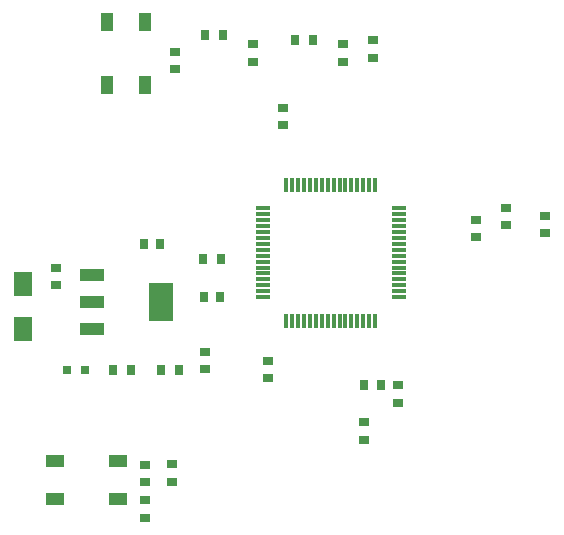
<source format=gtp>
G04*
G04 #@! TF.GenerationSoftware,Altium Limited,Altium Designer,19.1.7 (138)*
G04*
G04 Layer_Color=8421504*
%FSLAX25Y25*%
%MOIN*%
G70*
G01*
G75*
%ADD14R,0.04700X0.01200*%
%ADD15R,0.01200X0.04700*%
%ADD16R,0.03543X0.03150*%
%ADD17R,0.03543X0.02756*%
%ADD18R,0.06496X0.07874*%
%ADD19R,0.05906X0.03937*%
%ADD20R,0.03150X0.03543*%
%ADD21R,0.03937X0.05906*%
%ADD22R,0.02756X0.03543*%
%ADD23R,0.08465X0.12795*%
%ADD24R,0.08465X0.03937*%
%ADD25R,0.03150X0.03150*%
D14*
X469362Y208236D02*
D03*
Y210205D02*
D03*
Y212173D02*
D03*
Y214142D02*
D03*
Y216110D02*
D03*
Y218079D02*
D03*
Y220047D02*
D03*
Y222016D02*
D03*
Y223984D02*
D03*
Y225953D02*
D03*
Y227921D02*
D03*
Y229890D02*
D03*
Y231858D02*
D03*
Y233827D02*
D03*
Y235795D02*
D03*
Y237764D02*
D03*
X514638D02*
D03*
Y235795D02*
D03*
Y233827D02*
D03*
Y231858D02*
D03*
Y229890D02*
D03*
Y227921D02*
D03*
Y225953D02*
D03*
Y223984D02*
D03*
Y222016D02*
D03*
Y220047D02*
D03*
Y218079D02*
D03*
Y216110D02*
D03*
Y214142D02*
D03*
Y212173D02*
D03*
Y210205D02*
D03*
Y208236D02*
D03*
D15*
X477236Y245638D02*
D03*
X479205D02*
D03*
X481173D02*
D03*
X483142D02*
D03*
X485110D02*
D03*
X487079D02*
D03*
X489047D02*
D03*
X491016D02*
D03*
X492984D02*
D03*
X494953D02*
D03*
X496921D02*
D03*
X498890D02*
D03*
X500858D02*
D03*
X502827D02*
D03*
X504795D02*
D03*
X506764D02*
D03*
Y200362D02*
D03*
X504795D02*
D03*
X502827D02*
D03*
X500858D02*
D03*
X498890D02*
D03*
X496921D02*
D03*
X494953D02*
D03*
X492984D02*
D03*
X491016D02*
D03*
X489047D02*
D03*
X487079D02*
D03*
X485110D02*
D03*
X483142D02*
D03*
X481173D02*
D03*
X479205D02*
D03*
X477236D02*
D03*
D16*
X440000Y284244D02*
D03*
Y289756D02*
D03*
X400500Y217756D02*
D03*
Y212244D02*
D03*
X471000Y181244D02*
D03*
Y186756D02*
D03*
X563500Y235256D02*
D03*
Y229744D02*
D03*
X550500Y232244D02*
D03*
Y237756D02*
D03*
X450000Y184244D02*
D03*
Y189756D02*
D03*
X476000Y265744D02*
D03*
Y271256D02*
D03*
X540500Y233756D02*
D03*
Y228244D02*
D03*
X430000Y152256D02*
D03*
Y146744D02*
D03*
D17*
X506000Y293953D02*
D03*
Y288047D02*
D03*
X503000Y166500D02*
D03*
Y160594D02*
D03*
X439000Y146547D02*
D03*
Y152453D02*
D03*
X430000Y140453D02*
D03*
Y134547D02*
D03*
X514500Y173047D02*
D03*
Y178953D02*
D03*
X496000Y292500D02*
D03*
Y286595D02*
D03*
X466000Y292453D02*
D03*
Y286547D02*
D03*
D18*
X389500Y197520D02*
D03*
Y212480D02*
D03*
D19*
X421000Y141000D02*
D03*
X400000D02*
D03*
Y153500D02*
D03*
X421000D02*
D03*
D20*
X503102Y179000D02*
D03*
X508614D02*
D03*
X429744Y226000D02*
D03*
X435256D02*
D03*
X455256Y208236D02*
D03*
X449744D02*
D03*
D21*
X417500Y279000D02*
D03*
Y300000D02*
D03*
X430000D02*
D03*
Y279000D02*
D03*
D22*
X455953Y295500D02*
D03*
X450047D02*
D03*
X455453Y221000D02*
D03*
X449547D02*
D03*
X419547Y184000D02*
D03*
X425453D02*
D03*
X441453Y184000D02*
D03*
X435547D02*
D03*
X485953Y294000D02*
D03*
X480047D02*
D03*
D23*
X435516Y206500D02*
D03*
D24*
X412484Y197445D02*
D03*
Y206500D02*
D03*
Y215555D02*
D03*
D25*
X409952Y184000D02*
D03*
X404047D02*
D03*
M02*

</source>
